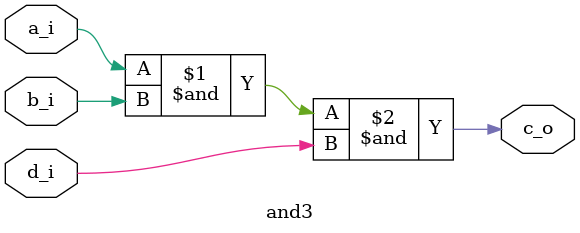
<source format=sv>
module and3 (
  input [0:0] a_i,
  input [0:0] b_i,
  input [0:0] d_i,
  output [0:0] c_o
);

  // For Lab 2, you may use assign statements!
  // Your code here:

  assign c_o = a_i & b_i & d_i;

endmodule

</source>
